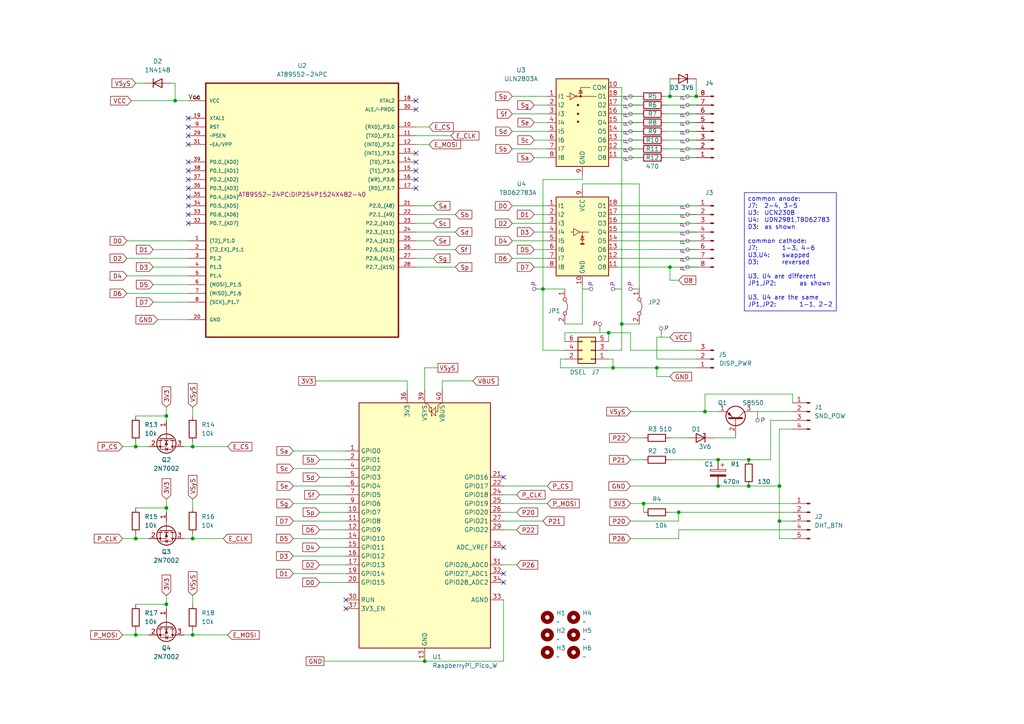
<source format=kicad_sch>
(kicad_sch (version 20230121) (generator eeschema)
  (paper "A4")
  (junction (at 48.26 147.32))
  (junction (at 186.69 146.05))
  (junction (at 180.34 93.98))
  (junction (at 226.06 140.97))
  (junction (at 226.06 151.13))
  (junction (at 55.88 129.54))
  (junction (at 201.93 27.94))
  (junction (at 208.28 140.97))
  (junction (at 176.53 96.52))
  (junction (at 48.26 120.65))
  (junction (at 194.31 27.94))
  (junction (at 208.28 133.35))
  (junction (at 55.88 156.21))
  (junction (at 196.85 148.59))
  (junction (at 204.47 119.38))
  (junction (at 190.5 106.68))
  (junction (at 123.19 191.77))
  (junction (at 39.37 184.15))
  (junction (at 194.31 77.47))
  (junction (at 177.8 106.68))
  (junction (at 55.88 184.15))
  (junction (at 39.37 156.21))
  (junction (at 157.48 83.82))
  (junction (at 39.37 129.54))
  (junction (at 217.17 133.35))
  (junction (at 50.8 29.21))
  (junction (at 217.17 140.97))
  (junction (at 48.26 175.26))
  (no_connect (at 120.65 49.53))
  (no_connect (at 146.05 158.75))
  (no_connect (at 120.65 46.99))
  (no_connect (at 146.05 166.37))
  (no_connect (at 120.65 54.61))
  (no_connect (at 120.65 31.75))
  (no_connect (at 120.65 29.21))
  (no_connect (at 54.61 49.53))
  (no_connect (at 54.61 46.99))
  (no_connect (at 54.61 52.07))
  (no_connect (at 54.61 36.83))
  (no_connect (at 120.65 52.07))
  (no_connect (at 54.61 57.15))
  (no_connect (at 54.61 34.29))
  (no_connect (at 54.61 41.91))
  (no_connect (at 146.05 138.43))
  (no_connect (at 54.61 64.77))
  (no_connect (at 100.33 173.99))
  (no_connect (at 54.61 54.61))
  (no_connect (at 54.61 62.23))
  (no_connect (at 54.61 59.69))
  (no_connect (at 54.61 39.37))
  (no_connect (at 100.33 176.53))
  (no_connect (at 146.05 168.91))
  (no_connect (at 120.65 44.45))
  (wire (pts (xy 120.65 62.23) (xy 132.08 62.23)))
  (wire (pts (xy 48.26 172.72) (xy 48.26 175.26)))
  (wire (pts (xy 36.83 74.93) (xy 54.61 74.93)))
  (wire (pts (xy 193.04 45.72) (xy 201.93 45.72)))
  (wire (pts (xy 182.88 140.97) (xy 208.28 140.97)))
  (wire (pts (xy 154.94 62.23) (xy 158.75 62.23)))
  (wire (pts (xy 190.5 109.22) (xy 190.5 106.68)))
  (wire (pts (xy 120.65 74.93) (xy 125.73 74.93)))
  (wire (pts (xy 120.65 41.91) (xy 124.46 41.91)))
  (wire (pts (xy 120.65 64.77) (xy 125.73 64.77)))
  (wire (pts (xy 194.31 81.28) (xy 194.31 77.47)))
  (wire (pts (xy 223.52 121.92) (xy 223.52 133.35)))
  (wire (pts (xy 176.53 96.52) (xy 176.53 99.06)))
  (wire (pts (xy 45.72 92.71) (xy 54.61 92.71)))
  (wire (pts (xy 39.37 128.27) (xy 39.37 129.54)))
  (wire (pts (xy 157.48 52.07) (xy 168.91 52.07)))
  (wire (pts (xy 226.06 151.13) (xy 226.06 140.97)))
  (wire (pts (xy 182.88 101.6) (xy 201.93 101.6)))
  (wire (pts (xy 146.05 143.51) (xy 149.86 143.51)))
  (wire (pts (xy 85.09 161.29) (xy 100.33 161.29)))
  (wire (pts (xy 163.83 99.06) (xy 163.83 96.52)))
  (wire (pts (xy 179.07 67.31) (xy 201.93 67.31)))
  (wire (pts (xy 226.06 124.46) (xy 226.06 140.97)))
  (wire (pts (xy 217.17 133.35) (xy 223.52 133.35)))
  (wire (pts (xy 146.05 148.59) (xy 149.86 148.59)))
  (wire (pts (xy 92.71 153.67) (xy 100.33 153.67)))
  (wire (pts (xy 179.07 64.77) (xy 201.93 64.77)))
  (wire (pts (xy 127 106.68) (xy 123.19 106.68)))
  (wire (pts (xy 148.59 43.18) (xy 158.75 43.18)))
  (wire (pts (xy 137.16 110.49) (xy 128.27 110.49)))
  (wire (pts (xy 48.26 118.11) (xy 48.26 120.65)))
  (wire (pts (xy 179.07 45.72) (xy 185.42 45.72)))
  (wire (pts (xy 92.71 168.91) (xy 100.33 168.91)))
  (wire (pts (xy 55.88 129.54) (xy 55.88 128.27)))
  (wire (pts (xy 217.17 140.97) (xy 226.06 140.97)))
  (wire (pts (xy 226.06 151.13) (xy 229.87 151.13)))
  (wire (pts (xy 226.06 151.13) (xy 226.06 156.21)))
  (wire (pts (xy 66.04 184.15) (xy 55.88 184.15)))
  (wire (pts (xy 92.71 133.35) (xy 100.33 133.35)))
  (wire (pts (xy 154.94 30.48) (xy 158.75 30.48)))
  (wire (pts (xy 50.8 24.13) (xy 49.53 24.13)))
  (wire (pts (xy 190.5 109.22) (xy 194.31 109.22)))
  (wire (pts (xy 146.05 151.13) (xy 157.48 151.13)))
  (wire (pts (xy 179.07 77.47) (xy 194.31 77.47)))
  (wire (pts (xy 66.04 129.54) (xy 55.88 129.54)))
  (wire (pts (xy 55.88 172.72) (xy 55.88 175.26)))
  (wire (pts (xy 85.09 166.37) (xy 100.33 166.37)))
  (wire (pts (xy 179.07 30.48) (xy 185.42 30.48)))
  (wire (pts (xy 53.34 156.21) (xy 55.88 156.21)))
  (wire (pts (xy 179.07 43.18) (xy 185.42 43.18)))
  (wire (pts (xy 182.88 96.52) (xy 182.88 101.6)))
  (wire (pts (xy 44.45 82.55) (xy 54.61 82.55)))
  (wire (pts (xy 229.87 146.05) (xy 186.69 146.05)))
  (wire (pts (xy 179.07 38.1) (xy 185.42 38.1)))
  (wire (pts (xy 55.88 144.78) (xy 55.88 147.32)))
  (wire (pts (xy 196.85 156.21) (xy 182.88 156.21)))
  (wire (pts (xy 120.65 39.37) (xy 130.81 39.37)))
  (wire (pts (xy 163.83 96.52) (xy 176.53 96.52)))
  (wire (pts (xy 204.47 114.3) (xy 204.47 119.38)))
  (wire (pts (xy 50.8 24.13) (xy 50.8 29.21)))
  (wire (pts (xy 229.87 116.84) (xy 229.87 114.3)))
  (wire (pts (xy 146.05 163.83) (xy 149.86 163.83)))
  (wire (pts (xy 177.8 104.14) (xy 177.8 106.68)))
  (wire (pts (xy 162.56 104.14) (xy 162.56 106.68)))
  (wire (pts (xy 186.69 127) (xy 182.88 127)))
  (wire (pts (xy 118.11 110.49) (xy 118.11 113.03)))
  (wire (pts (xy 148.59 33.02) (xy 158.75 33.02)))
  (wire (pts (xy 35.56 184.15) (xy 39.37 184.15)))
  (wire (pts (xy 39.37 184.15) (xy 43.18 184.15)))
  (wire (pts (xy 199.39 127) (xy 194.31 127)))
  (wire (pts (xy 44.45 72.39) (xy 54.61 72.39)))
  (wire (pts (xy 39.37 156.21) (xy 43.18 156.21)))
  (wire (pts (xy 180.34 93.98) (xy 180.34 101.6)))
  (wire (pts (xy 120.65 69.85) (xy 125.73 69.85)))
  (wire (pts (xy 190.5 104.14) (xy 190.5 97.79)))
  (wire (pts (xy 154.94 45.72) (xy 158.75 45.72)))
  (wire (pts (xy 218.44 119.38) (xy 229.87 119.38)))
  (wire (pts (xy 146.05 146.05) (xy 158.75 146.05)))
  (wire (pts (xy 196.85 148.59) (xy 194.31 148.59)))
  (wire (pts (xy 55.88 156.21) (xy 55.88 154.94)))
  (wire (pts (xy 92.71 138.43) (xy 100.33 138.43)))
  (wire (pts (xy 168.91 52.07) (xy 168.91 50.8)))
  (wire (pts (xy 146.05 153.67) (xy 149.86 153.67)))
  (wire (pts (xy 179.07 59.69) (xy 201.93 59.69)))
  (wire (pts (xy 179.07 40.64) (xy 185.42 40.64)))
  (wire (pts (xy 120.65 72.39) (xy 132.08 72.39)))
  (wire (pts (xy 120.65 77.47) (xy 132.08 77.47)))
  (wire (pts (xy 93.98 191.77) (xy 123.19 191.77)))
  (wire (pts (xy 92.71 148.59) (xy 100.33 148.59)))
  (wire (pts (xy 39.37 147.32) (xy 48.26 147.32)))
  (wire (pts (xy 85.09 140.97) (xy 100.33 140.97)))
  (wire (pts (xy 123.19 106.68) (xy 123.19 113.03)))
  (wire (pts (xy 201.93 27.94) (xy 194.31 27.94)))
  (wire (pts (xy 39.37 182.88) (xy 39.37 184.15)))
  (wire (pts (xy 201.93 104.14) (xy 190.5 104.14)))
  (wire (pts (xy 176.53 96.52) (xy 182.88 96.52)))
  (wire (pts (xy 146.05 140.97) (xy 158.75 140.97)))
  (wire (pts (xy 229.87 153.67) (xy 196.85 153.67)))
  (wire (pts (xy 194.31 77.47) (xy 201.93 77.47)))
  (wire (pts (xy 120.65 59.69) (xy 125.73 59.69)))
  (wire (pts (xy 55.88 184.15) (xy 55.88 182.88)))
  (wire (pts (xy 39.37 175.26) (xy 48.26 175.26)))
  (wire (pts (xy 229.87 148.59) (xy 196.85 148.59)))
  (wire (pts (xy 180.34 25.4) (xy 179.07 25.4)))
  (wire (pts (xy 41.91 24.13) (xy 39.37 24.13)))
  (wire (pts (xy 154.94 67.31) (xy 158.75 67.31)))
  (wire (pts (xy 35.56 156.21) (xy 39.37 156.21)))
  (wire (pts (xy 162.56 104.14) (xy 163.83 104.14)))
  (wire (pts (xy 208.28 133.35) (xy 217.17 133.35)))
  (wire (pts (xy 194.31 133.35) (xy 208.28 133.35)))
  (wire (pts (xy 186.69 133.35) (xy 182.88 133.35)))
  (wire (pts (xy 64.77 156.21) (xy 55.88 156.21)))
  (wire (pts (xy 182.88 151.13) (xy 196.85 151.13)))
  (wire (pts (xy 92.71 143.51) (xy 100.33 143.51)))
  (wire (pts (xy 85.09 146.05) (xy 100.33 146.05)))
  (wire (pts (xy 180.34 93.98) (xy 185.42 93.98)))
  (wire (pts (xy 48.26 175.26) (xy 48.26 176.53)))
  (wire (pts (xy 179.07 69.85) (xy 201.93 69.85)))
  (wire (pts (xy 196.85 151.13) (xy 196.85 148.59)))
  (wire (pts (xy 44.45 77.47) (xy 54.61 77.47)))
  (wire (pts (xy 148.59 74.93) (xy 158.75 74.93)))
  (wire (pts (xy 201.93 35.56) (xy 193.04 35.56)))
  (wire (pts (xy 157.48 52.07) (xy 157.48 83.82)))
  (wire (pts (xy 163.83 93.98) (xy 168.91 93.98)))
  (wire (pts (xy 148.59 27.94) (xy 158.75 27.94)))
  (wire (pts (xy 92.71 158.75) (xy 100.33 158.75)))
  (wire (pts (xy 193.04 38.1) (xy 201.93 38.1)))
  (wire (pts (xy 194.31 97.79) (xy 190.5 97.79)))
  (wire (pts (xy 146.05 173.99) (xy 146.05 191.77)))
  (wire (pts (xy 208.28 140.97) (xy 217.17 140.97)))
  (wire (pts (xy 148.59 69.85) (xy 158.75 69.85)))
  (wire (pts (xy 196.85 153.67) (xy 196.85 156.21)))
  (wire (pts (xy 229.87 121.92) (xy 223.52 121.92)))
  (wire (pts (xy 128.27 110.49) (xy 128.27 113.03)))
  (wire (pts (xy 162.56 106.68) (xy 177.8 106.68)))
  (wire (pts (xy 91.44 110.49) (xy 118.11 110.49)))
  (wire (pts (xy 53.34 184.15) (xy 55.88 184.15)))
  (wire (pts (xy 36.83 69.85) (xy 54.61 69.85)))
  (wire (pts (xy 157.48 101.6) (xy 163.83 101.6)))
  (wire (pts (xy 180.34 25.4) (xy 180.34 93.98)))
  (wire (pts (xy 85.09 156.21) (xy 100.33 156.21)))
  (wire (pts (xy 154.94 72.39) (xy 158.75 72.39)))
  (wire (pts (xy 168.91 53.34) (xy 185.42 53.34)))
  (wire (pts (xy 48.26 144.78) (xy 48.26 147.32)))
  (wire (pts (xy 201.93 40.64) (xy 193.04 40.64)))
  (wire (pts (xy 55.88 118.11) (xy 55.88 120.65)))
  (wire (pts (xy 213.36 127) (xy 207.01 127)))
  (wire (pts (xy 196.85 81.28) (xy 194.31 81.28)))
  (wire (pts (xy 193.04 43.18) (xy 201.93 43.18)))
  (wire (pts (xy 179.07 33.02) (xy 185.42 33.02)))
  (wire (pts (xy 194.31 27.94) (xy 193.04 27.94)))
  (wire (pts (xy 154.94 40.64) (xy 158.75 40.64)))
  (wire (pts (xy 48.26 147.32) (xy 48.26 148.59)))
  (wire (pts (xy 120.65 36.83) (xy 124.46 36.83)))
  (wire (pts (xy 185.42 53.34) (xy 185.42 83.82)))
  (wire (pts (xy 148.59 59.69) (xy 158.75 59.69)))
  (wire (pts (xy 148.59 38.1) (xy 158.75 38.1)))
  (wire (pts (xy 179.07 72.39) (xy 201.93 72.39)))
  (wire (pts (xy 35.56 129.54) (xy 39.37 129.54)))
  (wire (pts (xy 44.45 87.63) (xy 54.61 87.63)))
  (wire (pts (xy 148.59 64.77) (xy 158.75 64.77)))
  (wire (pts (xy 179.07 62.23) (xy 201.93 62.23)))
  (wire (pts (xy 177.8 106.68) (xy 190.5 106.68)))
  (wire (pts (xy 157.48 83.82) (xy 163.83 83.82)))
  (wire (pts (xy 179.07 35.56) (xy 185.42 35.56)))
  (wire (pts (xy 208.28 119.38) (xy 204.47 119.38)))
  (wire (pts (xy 186.69 146.05) (xy 182.88 146.05)))
  (wire (pts (xy 176.53 104.14) (xy 177.8 104.14)))
  (wire (pts (xy 154.94 35.56) (xy 158.75 35.56)))
  (wire (pts (xy 180.34 101.6) (xy 176.53 101.6)))
  (wire (pts (xy 168.91 82.55) (xy 168.91 93.98)))
  (wire (pts (xy 92.71 163.83) (xy 100.33 163.83)))
  (wire (pts (xy 226.06 124.46) (xy 229.87 124.46)))
  (wire (pts (xy 186.69 146.05) (xy 186.69 148.59)))
  (wire (pts (xy 50.8 29.21) (xy 54.61 29.21)))
  (wire (pts (xy 168.91 53.34) (xy 168.91 54.61)))
  (wire (pts (xy 36.83 85.09) (xy 54.61 85.09)))
  (wire (pts (xy 38.1 29.21) (xy 50.8 29.21)))
  (wire (pts (xy 179.07 74.93) (xy 201.93 74.93)))
  (wire (pts (xy 190.5 106.68) (xy 201.93 106.68)))
  (wire (pts (xy 204.47 119.38) (xy 182.88 119.38)))
  (wire (pts (xy 194.31 22.86) (xy 194.31 27.94)))
  (wire (pts (xy 39.37 154.94) (xy 39.37 156.21)))
  (wire (pts (xy 154.94 77.47) (xy 158.75 77.47)))
  (wire (pts (xy 36.83 80.01) (xy 54.61 80.01)))
  (wire (pts (xy 39.37 129.54) (xy 43.18 129.54)))
  (wire (pts (xy 39.37 120.65) (xy 48.26 120.65)))
  (wire (pts (xy 48.26 120.65) (xy 48.26 121.92)))
  (wire (pts (xy 229.87 114.3) (xy 204.47 114.3)))
  (wire (pts (xy 146.05 191.77) (xy 123.19 191.77)))
  (wire (pts (xy 85.09 130.81) (xy 100.33 130.81)))
  (wire (pts (xy 179.07 27.94) (xy 185.42 27.94)))
  (wire (pts (xy 120.65 67.31) (xy 132.08 67.31)))
  (wire (pts (xy 85.09 135.89) (xy 100.33 135.89)))
  (wire (pts (xy 53.34 129.54) (xy 55.88 129.54)))
  (wire (pts (xy 85.09 151.13) (xy 100.33 151.13)))
  (wire (pts (xy 193.04 33.02) (xy 201.93 33.02)))
  (wire (pts (xy 201.93 30.48) (xy 193.04 30.48)))
  (wire (pts (xy 157.48 83.82) (xy 157.48 101.6)))
  (wire (pts (xy 226.06 156.21) (xy 229.87 156.21)))
  (wire (pts (xy 201.93 22.86) (xy 201.93 27.94)))
  (text_box "common anode:\nJ7:	2-4, 3-5\nU3:	UCN2308\nU4:	UDN2981,TBD62783\nD3:	as shown\n\ncommon cathode:\nJ7:		1-3, 4-6\nU3,U4:	swapped\nD3:		reversed\n\nU3, U4 are different\nJP1,JP2:	as shown\n\nU3, U4 are the same\nJP1,JP2:	1-1, 2-2\n" (at 215.9 55.88 0) (size 26.67 34.29) (effects (font (size 1.27 1.27)) (justify left top)))
  (label "Vcc" (at 54.61 29.21 0))
  (global_label "P_MOSI" (shape input) (at 158.75 146.05 0) (property "Intersheetrefs" "${INTERSHEET_REFS}" (effects hide)))
  (global_label "E_CLK" (shape input) (at 130.81 39.37 0) (property "Intersheetrefs" "${INTERSHEET_REFS}" (effects hide)))
  (global_label "Sf" (shape input) (at 132.08 72.39 0) (property "Intersheetrefs" "${INTERSHEET_REFS}" (effects hide)))
  (global_label "E_MOSI" (shape input) (at 124.46 41.91 0) (property "Intersheetrefs" "${INTERSHEET_REFS}" (effects hide)))
  (global_label "D2" (shape input) (at 36.83 74.93 180) (property "Intersheetrefs" "${INTERSHEET_REFS}" (effects hide)))
  (global_label "VSyS" (shape input) (at 39.37 24.13 180) (property "Intersheetrefs" "${INTERSHEET_REFS}" (effects hide)))
  (global_label "D7" (shape input) (at 85.09 151.13 180) (property "Intersheetrefs" "${INTERSHEET_REFS}" (effects hide)))
  (global_label "P26" (shape input) (at 182.88 156.21 180) (property "Intersheetrefs" "${INTERSHEET_REFS}" (effects hide)))
  (global_label "D3" (shape input) (at 154.94 67.31 180) (property "Intersheetrefs" "${INTERSHEET_REFS}" (effects hide)))
  (global_label "VBUS" (shape input) (at 137.16 110.49 0) (property "Intersheetrefs" "${INTERSHEET_REFS}" (effects hide)))
  (global_label "3V3" (shape input) (at 182.88 146.05 180) (property "Intersheetrefs" "${INTERSHEET_REFS}" (effects hide)))
  (global_label "P_CS" (shape input) (at 158.75 140.97 0) (property "Intersheetrefs" "${INTERSHEET_REFS}" (effects hide)))
  (global_label "D3" (shape input) (at 44.45 77.47 180) (property "Intersheetrefs" "${INTERSHEET_REFS}" (effects hide)))
  (global_label "Sa" (shape input) (at 154.94 45.72 180) (property "Intersheetrefs" "${INTERSHEET_REFS}" (effects hide)))
  (global_label "Sa" (shape input) (at 85.09 130.81 180) (property "Intersheetrefs" "${INTERSHEET_REFS}" (effects hide)))
  (global_label "P_CLK" (shape input) (at 35.56 156.21 180) (property "Intersheetrefs" "${INTERSHEET_REFS}" (effects hide)))
  (global_label "P21" (shape input) (at 182.88 133.35 180) (property "Intersheetrefs" "${INTERSHEET_REFS}" (effects hide)))
  (global_label "O8" (shape input) (at 196.85 81.28 0) (property "Intersheetrefs" "${INTERSHEET_REFS}" (effects hide)))
  (global_label "3V3" (shape passive) (at 91.44 110.49 180) (property "Intersheetrefs" "${INTERSHEET_REFS}" (effects hide)))
  (global_label "3V3" (shape input) (at 48.26 172.72 90) (property "Intersheetrefs" "${INTERSHEET_REFS}" (effects hide)))
  (global_label "Sc" (shape input) (at 125.73 64.77 0) (property "Intersheetrefs" "${INTERSHEET_REFS}" (effects hide)))
  (global_label "Sb" (shape input) (at 148.59 43.18 180) (property "Intersheetrefs" "${INTERSHEET_REFS}" (effects hide)))
  (global_label "Sg" (shape input) (at 85.09 146.05 180) (property "Intersheetrefs" "${INTERSHEET_REFS}" (effects hide)))
  (global_label "D1" (shape input) (at 154.94 62.23 180) (property "Intersheetrefs" "${INTERSHEET_REFS}" (effects hide)))
  (global_label "P_MOSI" (shape input) (at 35.56 184.15 180) (property "Intersheetrefs" "${INTERSHEET_REFS}" (effects hide)))
  (global_label "3V3" (shape input) (at 48.26 144.78 90) (property "Intersheetrefs" "${INTERSHEET_REFS}" (effects hide)))
  (global_label "GND" (shape input) (at 194.31 109.22 0) (property "Intersheetrefs" "${INTERSHEET_REFS}" (effects hide)))
  (global_label "D7" (shape input) (at 44.45 87.63 180) (property "Intersheetrefs" "${INTERSHEET_REFS}" (effects hide)))
  (global_label "Sd" (shape input) (at 132.08 67.31 0) (property "Intersheetrefs" "${INTERSHEET_REFS}" (effects hide)))
  (global_label "P22" (shape input) (at 182.88 127 180) (property "Intersheetrefs" "${INTERSHEET_REFS}" (effects hide)))
  (global_label "D6" (shape input) (at 92.71 153.67 180) (property "Intersheetrefs" "${INTERSHEET_REFS}" (effects hide)))
  (global_label "D4" (shape input) (at 36.83 80.01 180) (property "Intersheetrefs" "${INTERSHEET_REFS}" (effects hide)))
  (global_label "VSyS" (shape input) (at 182.88 119.38 180) (property "Intersheetrefs" "${INTERSHEET_REFS}" (effects hide)))
  (global_label "D4" (shape input) (at 92.71 158.75 180) (property "Intersheetrefs" "${INTERSHEET_REFS}" (effects hide)))
  (global_label "D1" (shape input) (at 44.45 72.39 180) (property "Intersheetrefs" "${INTERSHEET_REFS}" (effects hide)))
  (global_label "D5" (shape input) (at 85.09 156.21 180) (property "Intersheetrefs" "${INTERSHEET_REFS}" (effects hide)))
  (global_label "VCC" (shape input) (at 194.31 97.79 0) (property "Intersheetrefs" "${INTERSHEET_REFS}" (effects hide)))
  (global_label "Sd" (shape input) (at 92.71 138.43 180) (property "Intersheetrefs" "${INTERSHEET_REFS}" (effects hide)))
  (global_label "3V3" (shape input) (at 48.26 118.11 90) (property "Intersheetrefs" "${INTERSHEET_REFS}" (effects hide)))
  (global_label "D2" (shape input) (at 148.59 64.77 180) (property "Intersheetrefs" "${INTERSHEET_REFS}" (effects hide)))
  (global_label "Sc" (shape input) (at 154.94 40.64 180) (property "Intersheetrefs" "${INTERSHEET_REFS}" (effects hide)))
  (global_label "D5" (shape input) (at 44.45 82.55 180) (property "Intersheetrefs" "${INTERSHEET_REFS}" (effects hide)))
  (global_label "VCC" (shape input) (at 38.1 29.21 180) (property "Intersheetrefs" "${INTERSHEET_REFS}" (effects hide)))
  (global_label "D0" (shape input) (at 148.59 59.69 180) (property "Intersheetrefs" "${INTERSHEET_REFS}" (effects hide)))
  (global_label "Sp" (shape input) (at 148.59 27.94 180) (property "Intersheetrefs" "${INTERSHEET_REFS}" (effects hide)))
  (global_label "D6" (shape input) (at 148.59 74.93 180) (property "Intersheetrefs" "${INTERSHEET_REFS}" (effects hide)))
  (global_label "D0" (shape input) (at 36.83 69.85 180) (property "Intersheetrefs" "${INTERSHEET_REFS}" (effects hide)))
  (global_label "E_CLK" (shape input) (at 64.77 156.21 0) (property "Intersheetrefs" "${INTERSHEET_REFS}" (effects hide)))
  (global_label "D3" (shape input) (at 85.09 161.29 180) (property "Intersheetrefs" "${INTERSHEET_REFS}" (effects hide)))
  (global_label "E_CS" (shape input) (at 124.46 36.83 0) (property "Intersheetrefs" "${INTERSHEET_REFS}" (effects hide)))
  (global_label "D7" (shape input) (at 154.94 77.47 180) (property "Intersheetrefs" "${INTERSHEET_REFS}" (effects hide)))
  (global_label "D0" (shape input) (at 92.71 168.91 180) (property "Intersheetrefs" "${INTERSHEET_REFS}" (effects hide)))
  (global_label "Sf" (shape input) (at 148.59 33.02 180) (property "Intersheetrefs" "${INTERSHEET_REFS}" (effects hide)))
  (global_label "GND" (shape input) (at 45.72 92.71 180) (property "Intersheetrefs" "${INTERSHEET_REFS}" (effects hide)))
  (global_label "D1" (shape input) (at 85.09 166.37 180) (property "Intersheetrefs" "${INTERSHEET_REFS}" (effects hide)))
  (global_label "VSyS" (shape input) (at 55.88 118.11 90) (property "Intersheetrefs" "${INTERSHEET_REFS}" (effects hide)))
  (global_label "Sa" (shape input) (at 125.73 59.69 0) (property "Intersheetrefs" "${INTERSHEET_REFS}" (effects hide)))
  (global_label "Sc" (shape input) (at 85.09 135.89 180) (property "Intersheetrefs" "${INTERSHEET_REFS}" (effects hide)))
  (global_label "D5" (shape input) (at 154.94 72.39 180) (property "Intersheetrefs" "${INTERSHEET_REFS}" (effects hide)))
  (global_label "P21" (shape input) (at 157.48 151.13 0) (property "Intersheetrefs" "${INTERSHEET_REFS}" (effects hide)))
  (global_label "P22" (shape input) (at 149.86 153.67 0) (property "Intersheetrefs" "${INTERSHEET_REFS}" (effects hide)))
  (global_label "P20" (shape input) (at 182.88 151.13 180) (property "Intersheetrefs" "${INTERSHEET_REFS}" (effects hide)))
  (global_label "P20" (shape input) (at 149.86 148.59 0) (property "Intersheetrefs" "${INTERSHEET_REFS}" (effects hide)))
  (global_label "D4" (shape input) (at 148.59 69.85 180) (property "Intersheetrefs" "${INTERSHEET_REFS}" (effects hide)))
  (global_label "Sd" (shape input) (at 148.59 38.1 180) (property "Intersheetrefs" "${INTERSHEET_REFS}" (effects hide)))
  (global_label "Se" (shape input) (at 85.09 140.97 180) (property "Intersheetrefs" "${INTERSHEET_REFS}" (effects hide)))
  (global_label "GND" (shape input) (at 182.88 140.97 180) (property "Intersheetrefs" "${INTERSHEET_REFS}" (effects hide)))
  (global_label "P_CS" (shape input) (at 35.56 129.54 180) (property "Intersheetrefs" "${INTERSHEET_REFS}" (effects hide)))
  (global_label "VSyS" (shape input) (at 55.88 144.78 90) (property "Intersheetrefs" "${INTERSHEET_REFS}" (effects hide)))
  (global_label "E_MOSI" (shape input) (at 66.04 184.15 0) (property "Intersheetrefs" "${INTERSHEET_REFS}" (effects hide)))
  (global_label "GND" (shape passive) (at 93.98 191.77 180) (property "Intersheetrefs" "${INTERSHEET_REFS}" (effects hide)))
  (global_label "Sp" (shape input) (at 132.08 77.47 0) (property "Intersheetrefs" "${INTERSHEET_REFS}" (effects hide)))
  (global_label "Sg" (shape input) (at 125.73 74.93 0) (property "Intersheetrefs" "${INTERSHEET_REFS}" (effects hide)))
  (global_label "Sg" (shape input) (at 154.94 30.48 180) (property "Intersheetrefs" "${INTERSHEET_REFS}" (effects hide)))
  (global_label "Sb" (shape input) (at 92.71 133.35 180) (property "Intersheetrefs" "${INTERSHEET_REFS}" (effects hide)))
  (global_label "Se" (shape input) (at 154.94 35.56 180) (property "Intersheetrefs" "${INTERSHEET_REFS}" (effects hide)))
  (global_label "D2" (shape input) (at 92.71 163.83 180) (property "Intersheetrefs" "${INTERSHEET_REFS}" (effects hide)))
  (global_label "Se" (shape input) (at 125.73 69.85 0) (property "Intersheetrefs" "${INTERSHEET_REFS}" (effects hide)))
  (global_label "VSyS" (shape input) (at 55.88 172.72 90) (property "Intersheetrefs" "${INTERSHEET_REFS}" (effects hide)))
  (global_label "D6" (shape input) (at 36.83 85.09 180) (property "Intersheetrefs" "${INTERSHEET_REFS}" (effects hide)))
  (global_label "Sf" (shape input) (at 92.71 143.51 180) (property "Intersheetrefs" "${INTERSHEET_REFS}" (effects hide)))
  (global_label "P_CLK" (shape input) (at 149.86 143.51 0) (property "Intersheetrefs" "${INTERSHEET_REFS}" (effects hide)))
  (global_label "E_CS" (shape input) (at 66.04 129.54 0) (property "Intersheetrefs" "${INTERSHEET_REFS}" (effects hide)))
  (global_label "Sb" (shape input) (at 132.08 62.23 0) (property "Intersheetrefs" "${INTERSHEET_REFS}" (effects hide)))
  (global_label "P26" (shape input) (at 149.86 163.83 0) (property "Intersheetrefs" "${INTERSHEET_REFS}" (effects hide)))
  (global_label "VSyS" (shape passive) (at 127 106.68 0) (property "Intersheetrefs" "${INTERSHEET_REFS}" (effects hide)))
  (global_label "Sp" (shape input) (at 92.71 148.59 180) (property "Intersheetrefs" "${INTERSHEET_REFS}" (effects hide)))
  (netclass_flag "" (length 2.54) (shape round) (at 185.42 35.56 90) (property "Netclass" "P" (at 181.61 36.83 90) (effects (font italic) (justify left))))
  (netclass_flag "" (length 2.54) (shape round) (at 201.93 43.18 90) (property "Netclass" "P" (at 198.12 44.45 90) (effects (font italic) (justify left))))
  (netclass_flag "" (length 2.54) (shape round) (at 201.93 33.02 90) (property "Netclass" "P" (at 198.12 34.29 90) (effects (font italic) (justify left))))
  (netclass_flag "" (length 2.54) (shape round) (at 201.93 38.1 90) (property "Netclass" "P" (at 198.12 39.37 90) (effects (font italic) (justify left))))
  (netclass_flag "" (length 2.54) (shape round) (at 201.93 40.64 90) (property "Netclass" "P" (at 198.12 41.91 90) (effects (font italic) (justify left))))
  (netclass_flag "" (length 2.54) (shape round) (at 219.71 119.38 180) (property "Netclass" "P" (at 220.4085 121.92 0) (effects (font italic) (justify left))))
  (netclass_flag "" (length 2.54) (shape round) (at 185.42 83.82 90) (property "Netclass" "P" (at 182.88 83.1215 90) (effects (font italic) (justify left))))
  (netclass_flag "" (length 2.54) (shape round) (at 157.48 83.82 90) (property "Netclass" "P" (at 154.94 83.1215 90) (effects (font italic) (justify left))))
  (netclass_flag "" (length 2.54) (shape round) (at 201.93 64.77 90) (property "Netclass" "P" (at 198.12 66.04 90) (effects (font italic) (justify left))))
  (netclass_flag "" (length 2.54) (shape round) (at 191.77 97.79 0) (property "Netclass" "P" (at 192.4685 95.25 0) (effects (font italic) (justify left))))
  (netclass_flag "" (length 2.54) (shape round) (at 185.42 30.48 90) (property "Netclass" "P" (at 181.61 31.75 90) (effects (font italic) (justify left))))
  (netclass_flag "" (length 2.54) (shape round) (at 185.42 45.72 90) (property "Netclass" "P" (at 181.61 46.99 90) (effects (font italic) (justify left))))
  (netclass_flag "" (length 2.54) (shape round) (at 168.91 83.82 270) (property "Netclass" "P" (at 171.45 83.1215 90) (effects (font italic) (justify left))))
  (netclass_flag "" (length 2.54) (shape round) (at 201.93 59.69 90) (property "Netclass" "P" (at 198.12 60.96 90) (effects (font italic) (justify left))))
  (netclass_flag "" (length 2.54) (shape round) (at 201.93 62.23 90) (property "Netclass" "P" (at 198.12 63.5 90) (effects (font italic) (justify left))))
  (netclass_flag "" (length 2.54) (shape round) (at 185.42 27.94 90) (property "Netclass" "P" (at 181.61 29.21 90) (effects (font italic) (justify left))))
  (netclass_flag "" (length 2.54) (shape round) (at 201.93 27.94 90) (property "Netclass" "P" (at 198.12 29.21 90) (effects (font italic) (justify left))))
  (netclass_flag "" (length 2.54) (shape round) (at 173.99 96.52 0) (property "Netclass" "P" (at 173.2915 93.98 0) (effects (font italic) (justify right))))
  (netclass_flag "" (length 2.54) (shape round) (at 201.93 72.39 90) (property "Netclass" "P" (at 198.12 73.66 90) (effects (font italic) (justify left))))
  (netclass_flag "" (length 2.54) (shape round) (at 180.34 83.82 90) (property "Netclass" "P" (at 177.8 83.1215 90) (effects (font italic) (justify left))))
  (netclass_flag "" (length 2.54) (shape round) (at 201.93 30.48 90) (property "Netclass" "P" (at 198.12 31.75 90) (effects (font italic) (justify left))))
  (netclass_flag "" (length 2.54) (shape round) (at 185.42 33.02 90) (property "Netclass" "P" (at 181.61 34.29 90) (effects (font italic) (justify left))))
  (netclass_flag "" (length 2.54) (shape round) (at 185.42 40.64 90) (property "Netclass" "P" (at 181.61 41.91 90) (effects (font italic) (justify left))))
  (netclass_flag "" (length 2.54) (shape round) (at 201.93 74.93 90) (property "Netclass" "P" (at 198.12 76.2 90) (effects (font italic) (justify left))))
  (netclass_flag "" (length 2.54) (shape round) (at 201.93 67.31 90) (property "Netclass" "P" (at 198.12 68.58 90) (effects (font italic) (justify left))))
  (netclass_flag "" (length 2.54) (shape round) (at 201.93 69.85 90) (property "Netclass" "P" (at 198.12 71.12 90) (effects (font italic) (justify left))))
  (netclass_flag "" (length 2.54) (shape round) (at 185.42 38.1 90) (property "Netclass" "P" (at 181.61 39.37 90) (effects (font italic) (justify left))))
  (netclass_flag "" (length 2.54) (shape round) (at 201.93 77.47 90) (property "Netclass" "P" (at 198.12 78.74 90) (effects (font italic) (justify left))))
  (netclass_flag "" (length 2.54) (shape round) (at 185.42 43.18 90) (property "Netclass" "P" (at 181.61 44.45 90) (effects (font italic) (justify left))))
  (netclass_flag "" (length 2.54) (shape round) (at 201.93 35.56 90) (property "Netclass" "P" (at 198.12 36.83 90) (effects (font italic) (justify left))))
  (netclass_flag "" (length 2.54) (shape round) (at 201.93 45.72 90) (property "Netclass" "P" (at 198.12 46.99 90) (effects (font italic) (justify left))))
  (symbol (lib_id "Mechanical:MountingHole") (at 158.75 189.23 0) (unit 1)
    (property "Reference" "H3" (at 161.29 187.96 0) (effects (justify left)))
    (property "Value" "~" (at 161.29 190.5 0) (effects (justify left)))
    (property "Footprint" "MountingHole:MountingHole_2.2mm_M2_ISO14580" (effects hide))
  )
  (symbol (lib_id "Device:R") (at 55.88 179.07 0) (unit 1)
    (property "Reference" "R18" (at 58.42 177.8 0) (effects (justify left)))
    (property "Value" "10k" (at 58.42 180.34 0) (effects (justify left)))
    (property "Footprint" "Resistor_SMD:R_0603_1608Metric" (effects hide))
  )
  (symbol (lib_id "Device:R") (at 189.23 27.94 90) (unit 1)
    (property "Reference" "R5" (at 189.23 27.94 90))
    (property "Value" "470" (effects hide))
    (property "Footprint" "Resistor_THT:R_Axial_DIN0204_L3.6mm_D1.6mm_P7.62mm_Horizontal" (effects hide))
  )
  (symbol (lib_id "Device:R") (at 189.23 38.1 90) (unit 1)
    (property "Reference" "R9" (at 189.23 38.1 90))
    (property "Value" "470" (effects hide))
    (property "Footprint" "Resistor_THT:R_Axial_DIN0204_L3.6mm_D1.6mm_P7.62mm_Horizontal" (effects hide))
  )
  (symbol (lib_id "Transistor_FET:2N7002") (at 48.26 127 270) (unit 1)
    (property "Reference" "Q2" (at 48.26 133.35 90))
    (property "Value" "2N7002" (at 48.26 135.89 90))
    (property "Footprint" "Package_TO_SOT_SMD:SOT-23" (effects hide))
    (property "Datasheet" "https://www.onsemi.com/pub/Collateral/NDS7002A-D.PDF" (effects hide))
  )
  (symbol (lib_id "Connector:Conn_01x04_Pin") (at 234.95 119.38 0) (mirror y) (unit 1)
    (property "Reference" "J1" (at 236.22 118.11 0) (effects (justify right)))
    (property "Value" "SND_POW" (at 236.22 120.65 0) (effects (justify right)))
    (property "Footprint" "Connector_PinHeader_2.54mm:PinHeader_1x04_P2.54mm_Vertical" (effects hide))
  )
  (symbol (lib_id "Connector:Conn_01x05_Pin") (at 234.95 151.13 0) (mirror y) (unit 1)
    (property "Reference" "J2" (at 236.22 149.86 0) (effects (justify right)))
    (property "Value" "DHT_BTN" (at 236.22 152.4 0) (effects (justify right)))
    (property "Footprint" "Connector_PinHeader_2.54mm:PinHeader_1x05_P2.54mm_Vertical" (effects hide))
  )
  (symbol (lib_id "Mechanical:MountingHole") (at 166.37 189.23 0) (unit 1)
    (property "Reference" "H6" (at 168.91 187.96 0) (effects (justify left)))
    (property "Value" "~" (at 168.91 190.5 0) (effects (justify left)))
    (property "Footprint" "MountingHole:MountingHole_2.2mm_M2_ISO14580" (effects hide))
  )
  (symbol (lib_id "Device:R") (at 190.5 133.35 90) (mirror x) (unit 1)
    (property "Reference" "R2" (at 189.23 130.81 90))
    (property "Value" "3k0" (at 194.31 130.81 90))
    (property "Footprint" "Resistor_THT:R_Axial_DIN0204_L3.6mm_D1.6mm_P7.62mm_Horizontal" (effects hide))
  )
  (symbol (lib_id "Device:R") (at 189.23 35.56 90) (unit 1)
    (property "Reference" "R8" (at 189.23 35.56 90))
    (property "Value" "470" (effects hide))
    (property "Footprint" "Resistor_THT:R_Axial_DIN0204_L3.6mm_D1.6mm_P7.62mm_Horizontal" (effects hide))
  )
  (symbol (lib_id "Connector:Conn_01x08_Pin") (at 207.01 38.1 180) (unit 1)
    (property "Reference" "J4" (at 205.74 24.13 0))
    (property "Value" "DISP_S" (effects hide))
    (property "Footprint" "Connector_PinHeader_2.54mm:PinHeader_1x08_P2.54mm_Vertical" (effects hide))
  )
  (symbol (lib_id "Device:R") (at 189.23 43.18 90) (unit 1)
    (property "Reference" "R11" (at 189.23 43.18 90))
    (property "Value" "470" (effects hide))
    (property "Footprint" "Resistor_THT:R_Axial_DIN0204_L3.6mm_D1.6mm_P7.62mm_Horizontal" (effects hide))
  )
  (symbol (lib_id "Connector:Conn_01x08_Pin") (at 207.01 67.31 0) (mirror y) (unit 1)
    (property "Reference" "J3" (at 205.74 55.88 0))
    (property "Value" "DISP_D" (effects hide))
    (property "Footprint" "Connector_PinHeader_2.54mm:PinHeader_1x08_P2.54mm_Vertical" (effects hide))
  )
  (symbol (lib_id "Device:D_Zener") (at 203.2 127 0) (mirror y) (unit 1)
    (property "Reference" "D1" (at 201.93 124.46 0))
    (property "Value" "3V6" (at 204.47 129.54 0))
    (property "Footprint" "Diode_THT:D_DO-35_SOD27_P7.62mm_Horizontal" (effects hide))
  )
  (symbol (lib_id "MCU_Module_RaspberryPi_Pico:RaspberryPi_Pico_W") (at 123.19 153.67 0) (unit 1)
    (property "Reference" "U1" (at 125.3841 190.5 0) (effects (justify left)))
    (property "Value" "RaspberryPi_Pico_W" (at 125.3841 193.04 0) (effects (justify left)))
    (property "Footprint" "Module_RaspberryPi_Pico:RaspberryPi_Pico_Common" (effects hide))
    (property "Datasheet" "https://datasheets.raspberrypi.com/picow/pico-w-datasheet.pdf" (effects hide))
  )
  (symbol (lib_id "Device:R") (at 189.23 45.72 90) (unit 1)
    (property "Reference" "R12" (at 189.23 45.72 90))
    (property "Value" "470" (at 189.23 48.26 90))
    (property "Footprint" "Resistor_THT:R_Axial_DIN0204_L3.6mm_D1.6mm_P7.62mm_Horizontal" (effects hide))
  )
  (symbol (lib_id "Transistor_FET:2N7002") (at 48.26 153.67 270) (unit 1)
    (property "Reference" "Q3" (at 48.26 160.02 90))
    (property "Value" "2N7002" (at 48.26 162.56 90))
    (property "Footprint" "Package_TO_SOT_SMD:SOT-23" (effects hide))
    (property "Datasheet" "https://www.onsemi.com/pub/Collateral/NDS7002A-D.PDF" (effects hide))
  )
  (symbol (lib_id "Mechanical:MountingHole") (at 158.75 184.15 0) (unit 1)
    (property "Reference" "H2" (at 161.29 182.88 0) (effects (justify left)))
    (property "Value" "~" (at 161.29 185.42 0) (effects (justify left)))
    (property "Footprint" "MountingHole:MountingHole_2.2mm_M2_ISO14580" (effects hide))
  )
  (symbol (lib_id "Device:D_Zener") (at 198.12 22.86 0) (mirror y) (unit 1)
    (property "Reference" "D3" (at 195.58 25.4 0))
    (property "Value" "3V6" (at 199.39 25.4 0))
    (property "Footprint" "Diode_THT:D_DO-34_SOD68_P7.62mm_Horizontal" (effects hide))
  )
  (symbol (lib_id "Device:R") (at 55.88 151.13 0) (unit 1)
    (property "Reference" "R16" (at 58.42 149.86 0) (effects (justify left)))
    (property "Value" "10k" (at 58.42 152.4 0) (effects (justify left)))
    (property "Footprint" "Resistor_SMD:R_0603_1608Metric" (effects hide))
  )
  (symbol (lib_id "Transistor_Array:ULN2803A") (at 168.91 33.02 0) (unit 1)
    (property "Reference" "U3" (at 151.13 20.32 0))
    (property "Value" "ULN2803A" (at 151.13 22.86 0))
    (property "Footprint" "Package_DIP:DIP-18_W7.62mm_Socket_LongPads" (effects hide))
    (property "Datasheet" "http://www.ti.com/lit/ds/symlink/uln2803a.pdf" (effects hide))
  )
  (symbol (lib_id "Transistor_Array:TBD62783A") (at 168.91 67.31 0) (unit 1)
    (property "Reference" "U4" (at 149.86 53.34 0) (effects (justify left)))
    (property "Value" "TBD62783A" (at 144.78 55.88 0) (effects (justify left)))
    (property "Footprint" "Package_DIP:DIP-18_W7.62mm_Socket_LongPads" (effects hide))
    (property "Datasheet" "http://toshiba.semicon-storage.com/info/docget.jsp?did=30523&prodName=TBD62783APG" (effects hide))
  )
  (symbol (lib_id "Device:R") (at 55.88 124.46 0) (unit 1)
    (property "Reference" "R14" (at 58.42 123.19 0) (effects (justify left)))
    (property "Value" "10k" (at 58.42 125.73 0) (effects (justify left)))
    (property "Footprint" "Resistor_SMD:R_0603_1608Metric" (effects hide))
  )
  (symbol (lib_id "AT89S52-24PC:AT89S52-24PC") (at 87.63 57.15 0) (unit 1)
    (property "Reference" "U2" (at 87.63 19.05 0))
    (property "Value" "AT89S52-24PC" (at 87.63 21.59 0))
    (property "Footprint" "AT89S52-24PC:DIP254P1524X482-40" (at 87.63 57.15 0) (effects (justify bottom)))
    (property "MF" "Microchip" (effects hide))
    (property "DESCRIPTION" "8-bit Microcontroller" (effects hide))
    (property "PACKAGE" "DIP-40" (effects hide))
    (property "MPN" "AT89S52-24PC" (effects hide))
    (property "Price" "None" (effects hide))
    (property "Package" "DIP-40 Atmel" (effects hide))
    (property "Check_prices" "https://www.snapeda.com/parts/AT89S5224PC/Microchip/view-part/?ref=eda" (effects hide))
    (property "OC_FARNELL" "1095743" (effects hide))
    (property "SnapEDA_Link" "https://www.snapeda.com/parts/AT89S5224PC/Microchip/view-part/?ref=snap" (effects hide))
    (property "MP" "AT89S5224PC" (effects hide))
    (property "Purchase-URL" "https://www.snapeda.com/api/url_track_click_mouser/?unipart_id=562627&manufacturer=Microchip&part_name=AT89S5224PC&search_term=8051 dip-40" (effects hide))
    (property "SUPPLIER" "Atmel" (effects hide))
    (property "OC_NEWARK" "96K6580" (effects hide))
    (property "Availability" "In Stock" (effects hide))
    (property "Description" "\n8051 series Microcontroller IC 8-Bit 24MHz 8KB (8K x 8) FLASH 40-PDIP\n" (effects hide))
  )
  (symbol (lib_id "Device:R") (at 189.23 33.02 90) (unit 1)
    (property "Reference" "R7" (at 189.23 33.02 90))
    (property "Value" "470" (effects hide))
    (property "Footprint" "Resistor_THT:R_Axial_DIN0204_L3.6mm_D1.6mm_P7.62mm_Horizontal" (effects hide))
  )
  (symbol (lib_id "Device:C_Polarized") (at 208.28 137.16 0) (mirror y) (unit 1)
    (property "Reference" "C1" (at 207.01 134.62 0) (effects (justify left)))
    (property "Value" "470n" (at 214.63 139.7 0) (effects (justify left)))
    (property "Footprint" "Capacitor_THT:CP_Radial_D4.0mm_P2.00mm" (effects hide))
  )
  (symbol (lib_id "Device:R") (at 189.23 30.48 90) (unit 1)
    (property "Reference" "R6" (at 189.23 30.48 90))
    (property "Value" "470" (effects hide))
    (property "Footprint" "Resistor_THT:R_Axial_DIN0204_L3.6mm_D1.6mm_P7.62mm_Horizontal" (effects hide))
  )
  (symbol (lib_id "Connector_Generic:Conn_02x03_Odd_Even") (at 171.45 101.6 180) (unit 1)
    (property "Reference" "J7" (at 172.72 107.95 0))
    (property "Value" "DSEL" (at 167.64 107.95 0))
    (property "Footprint" "Connector_PinHeader_2.54mm:PinHeader_2x03_P2.54mm_Vertical" (effects hide))
  )
  (symbol (lib_id "Mechanical:MountingHole") (at 166.37 179.07 0) (unit 1)
    (property "Reference" "H4" (at 168.91 177.8 0) (effects (justify left)))
    (property "Value" "~" (at 168.91 180.34 0) (effects (justify left)))
    (property "Footprint" "MountingHole:MountingHole_2.2mm_M2_ISO14580" (effects hide))
  )
  (symbol (lib_id "Device:R") (at 190.5 127 90) (mirror x) (unit 1)
    (property "Reference" "R3" (at 189.23 124.46 90))
    (property "Value" "510" (at 193.04 124.46 90))
    (property "Footprint" "Resistor_THT:R_Axial_DIN0204_L3.6mm_D1.6mm_P7.62mm_Horizontal" (effects hide))
  )
  (symbol (lib_id "Device:R") (at 217.17 137.16 0) (mirror y) (unit 1)
    (property "Reference" "R1" (at 214.63 134.62 0) (effects (justify left)))
    (property "Value" "130" (at 223.52 139.7 0) (effects (justify left)))
    (property "Footprint" "Resistor_THT:R_Axial_DIN0204_L3.6mm_D1.6mm_P7.62mm_Horizontal" (effects hide))
  )
  (symbol (lib_id "Device:R") (at 39.37 124.46 180) (unit 1)
    (property "Reference" "R13" (at 41.91 123.19 0) (effects (justify right)))
    (property "Value" "10k" (at 41.91 125.73 0) (effects (justify right)))
    (property "Footprint" "Resistor_SMD:R_0603_1608Metric" (effects hide))
  )
  (symbol (lib_id "Device:R") (at 189.23 40.64 90) (unit 1)
    (property "Reference" "R10" (at 189.23 40.64 90))
    (property "Value" "470" (effects hide))
    (property "Footprint" "Resistor_THT:R_Axial_DIN0204_L3.6mm_D1.6mm_P7.62mm_Horizontal" (effects hide))
  )
  (symbol (lib_id "Mechanical:MountingHole") (at 166.37 184.15 0) (unit 1)
    (property "Reference" "H5" (at 168.91 182.88 0) (effects (justify left)))
    (property "Value" "~" (at 168.91 185.42 0) (effects (justify left)))
    (property "Footprint" "MountingHole:MountingHole_2.2mm_M2_ISO14580" (effects hide))
  )
  (symbol (lib_id "Diode:1N4148") (at 45.72 24.13 0) (unit 1)
    (property "Reference" "D2" (at 45.72 17.78 0))
    (property "Value" "1N4148" (at 45.72 20.32 0))
    (property "Footprint" "Diode_THT:D_DO-35_SOD27_P7.62mm_Horizontal" (effects hide))
    (property "Datasheet" "https://assets.nexperia.com/documents/data-sheet/1N4148_1N4448.pdf" (effects hide))
    (property "Sim.Device" "D" (effects hide))
    (property "Sim.Pins" "1=K 2=A" (effects hide))
  )
  (symbol (lib_id "Mechanical:MountingHole") (at 158.75 179.07 0) (unit 1)
    (property "Reference" "H1" (at 161.29 177.8 0) (effects (justify left)))
    (property "Value" "~" (at 161.29 180.34 0) (effects (justify left)))
    (property "Footprint" "MountingHole:MountingHole_2.2mm_M2_ISO14580" (effects hide))
  )
  (symbol (lib_id "Jumper:Jumper_2_Bridged") (at 185.42 88.9 270) (unit 1)
    (property "Reference" "JP2" (at 187.96 87.63 90) (effects (justify left)))
    (property "Value" "Jumper_2_Bridged" (effects hide))
    (property "Footprint" "Jumper:SolderJumper-2_P1.3mm_Bridged_Pad1.0x1.5mm" (effects hide))
  )
  (symbol (lib_id "Transistor_BJT:S8550") (at 213.36 121.92 270) (mirror x) (unit 1)
    (property "Reference" "Q1" (at 209.55 116.84 90))
    (property "Value" "S8550" (at 218.44 116.84 90))
    (property "Footprint" "Package_TO_SOT_THT:TO-92_HandSolder" (effects hide))
    (property "Datasheet" "http://www.unisonic.com.tw/datasheet/S8550.pdf" (effects hide))
  )
  (symbol (lib_id "Device:R") (at 39.37 151.13 180) (unit 1)
    (property "Reference" "R15" (at 41.91 149.86 0) (effects (justify right)))
    (property "Value" "10k" (at 41.91 152.4 0) (effects (justify right)))
    (property "Footprint" "Resistor_SMD:R_0603_1608Metric" (effects hide))
  )
  (symbol (lib_id "Device:R") (at 39.37 179.07 180) (unit 1)
    (property "Reference" "R17" (at 41.91 177.8 0) (effects (justify right)))
    (property "Value" "10k" (at 41.91 180.34 0) (effects (justify right)))
    (property "Footprint" "Resistor_SMD:R_0603_1608Metric" (effects hide))
  )
  (symbol (lib_id "Device:R") (at 190.5 148.59 90) (mirror x) (unit 1)
    (property "Reference" "R4" (at 190.5 144.78 90))
    (property "Value" "10k" (at 191.77 152.4 90))
    (property "Footprint" "Resistor_THT:R_Axial_DIN0204_L3.6mm_D1.6mm_P7.62mm_Horizontal" (effects hide))
  )
  (symbol (lib_id "Jumper:Jumper_2_Bridged") (at 163.83 88.9 270) (unit 1)
    (property "Reference" "JP1" (at 162.56 90.17 90) (effects (justify right)))
    (property "Value" "Jumper_2_Bridged" (effects hide))
    (property "Footprint" "Jumper:SolderJumper-2_P1.3mm_Bridged_Pad1.0x1.5mm" (effects hide))
  )
  (symbol (lib_id "Connector:Conn_01x03_Pin") (at 207.01 104.14 180) (unit 1)
    (property "Reference" "J5" (at 209.55 102.87 0))
    (property "Value" "DISP_PWR" (at 213.36 105.41 0))
    (property "Footprint" "Connector_PinHeader_2.54mm:PinHeader_1x03_P2.54mm_Vertical" (effects hide))
  )
  (symbol (lib_id "Transistor_FET:2N7002") (at 48.26 181.61 270) (unit 1)
    (property "Reference" "Q4" (at 48.26 187.96 90))
    (property "Value" "2N7002" (at 48.26 190.5 90))
    (property "Footprint" "Package_TO_SOT_SMD:SOT-23" (effects hide))
    (property "Datasheet" "https://www.onsemi.com/pub/Collateral/NDS7002A-D.PDF" (effects hide))
  )
)
</source>
